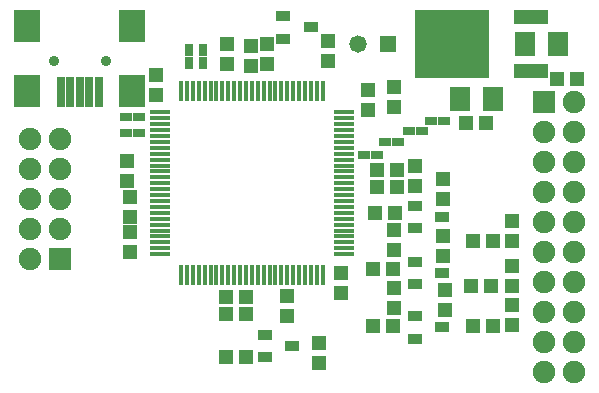
<source format=gbr>
G04 DipTrace 2.4.0.2*
%INTopMask.gbr*%
%MOIN*%
%ADD39C,0.0354*%
%ADD44R,0.25X0.2264*%
%ADD46R,0.1161X0.0472*%
%ADD48R,0.0709X0.0157*%
%ADD50R,0.0157X0.0709*%
%ADD52R,0.0492X0.0335*%
%ADD54R,0.0866X0.1063*%
%ADD56R,0.0276X0.0984*%
%ADD58C,0.0748*%
%ADD60R,0.0748X0.0748*%
%ADD62R,0.0315X0.0394*%
%ADD64R,0.0394X0.0315*%
%ADD66R,0.0579X0.0579*%
%ADD68C,0.0579*%
%ADD70R,0.0709X0.0787*%
%ADD72R,0.0512X0.0472*%
%ADD74R,0.0472X0.0512*%
%FSLAX44Y44*%
G04*
G70*
G90*
G75*
G01*
%LNTopMask*%
%LPD*%
D74*
X16312Y13437D3*
Y14106D3*
D72*
X16625Y10875D3*
X17294D3*
X16625Y11437D3*
X17294D3*
D74*
X15437Y8000D3*
Y7330D3*
D72*
X20250Y13000D3*
X19580D3*
X12250Y6625D3*
X11580D3*
X12250Y7187D3*
X11580D3*
D74*
X8375Y8687D3*
Y9356D3*
X8275Y11748D3*
Y11079D3*
X8375Y10523D3*
Y9854D3*
D70*
X21562Y15625D3*
X22664D3*
X19375Y13812D3*
X20477D3*
D72*
X23283Y14460D3*
X22614D3*
D74*
X9250Y13937D3*
Y14606D3*
D72*
X19812Y6250D3*
X20481D3*
X19750Y7562D3*
X20419D3*
X19812Y9062D3*
X20481D3*
D68*
X16000Y15625D3*
D66*
X17000D3*
D64*
X16187Y11937D3*
X16620D3*
D62*
X10361Y15000D3*
Y15433D3*
X10822Y14986D3*
Y15419D3*
D64*
X8671Y12671D3*
X8238D3*
X8687Y13187D3*
X8254D3*
X16875Y12375D3*
X17308D3*
X17703Y12720D3*
X18137D3*
X18437Y13062D3*
X18870D3*
D60*
X22187Y13687D3*
D58*
X23187D3*
X22187Y12687D3*
X23187D3*
X22187Y11687D3*
X23187D3*
X22187Y10687D3*
X23187D3*
X22187Y9687D3*
X23187D3*
X22187Y8687D3*
X23187D3*
X22187Y7687D3*
X23187D3*
X22187Y6687D3*
X23187D3*
X22187Y5687D3*
X23187D3*
X22187Y4687D3*
X23187D3*
D56*
X7345Y14029D3*
X7030D3*
X6715D3*
X6400D3*
X6085D3*
D54*
X8467Y14068D3*
X4963D3*
X8467Y16234D3*
X4963D3*
D39*
X7581Y15052D3*
X5849D3*
D60*
X6064Y8472D3*
D58*
X5064D3*
X6064Y9472D3*
X5064D3*
X6064Y10472D3*
X5064D3*
X6064Y11472D3*
X5064D3*
X6064Y12472D3*
X5064D3*
D52*
X12875Y5937D3*
Y5189D3*
X13780Y5563D3*
X17875Y6562D3*
Y5814D3*
X18780Y6188D3*
X17875Y8375D3*
Y7626D3*
X18780Y8000D3*
X17875Y10250D3*
Y9501D3*
X18780Y9875D3*
X13500Y16562D3*
Y15814D3*
X14405Y16188D3*
D74*
X17187Y14187D3*
Y13518D3*
X13625Y7250D3*
Y6580D3*
D72*
X16500Y6250D3*
X17169D3*
X16500Y8125D3*
X17169D3*
X16562Y10000D3*
X17231D3*
D74*
X12427Y15574D3*
Y14905D3*
X15000Y15062D3*
Y15731D3*
X18875Y7437D3*
Y6768D3*
X18812Y9250D3*
Y8580D3*
Y11125D3*
Y10455D3*
X14687Y5000D3*
Y5669D3*
D72*
X12250Y5187D3*
X11580D3*
D74*
X12964Y15625D3*
Y14955D3*
X17187Y7500D3*
Y6830D3*
X21125Y6937D3*
Y6268D3*
X11625Y15625D3*
Y14955D3*
X21125Y8250D3*
Y7580D3*
X17875Y11562D3*
Y10893D3*
X21125Y9750D3*
Y9080D3*
X17187Y9437D3*
Y8768D3*
D50*
X14812Y14062D3*
X14615D3*
X14418D3*
X14221D3*
X14025D3*
X13828D3*
X13631D3*
X13434D3*
X13237D3*
X13040D3*
X12844D3*
X12647D3*
X12450D3*
X12253D3*
X12056D3*
X11859D3*
X11662D3*
X11466D3*
X11269D3*
X11072D3*
X10875D3*
X10678D3*
X10481D3*
X10284D3*
X10088D3*
D48*
X9379Y13353D3*
Y13156D3*
Y12960D3*
Y12763D3*
Y12566D3*
Y12369D3*
Y12172D3*
Y11975D3*
Y11779D3*
Y11582D3*
Y11385D3*
Y11188D3*
Y10991D3*
Y10794D3*
Y10597D3*
Y10401D3*
Y10204D3*
Y10007D3*
Y9810D3*
Y9613D3*
Y9416D3*
Y9219D3*
Y9023D3*
Y8826D3*
Y8629D3*
D50*
X10088Y7920D3*
X10284D3*
X10481D3*
X10678D3*
X10875D3*
X11072D3*
X11269D3*
X11466D3*
X11662D3*
X11859D3*
X12056D3*
X12253D3*
X12450D3*
X12647D3*
X12844D3*
X13040D3*
X13237D3*
X13434D3*
X13631D3*
X13828D3*
X14025D3*
X14221D3*
X14418D3*
X14615D3*
X14812D3*
D48*
X15521Y8629D3*
Y8826D3*
Y9023D3*
Y9219D3*
Y9416D3*
Y9613D3*
Y9810D3*
Y10007D3*
Y10204D3*
Y10401D3*
Y10597D3*
Y10794D3*
Y10991D3*
Y11188D3*
Y11385D3*
Y11582D3*
Y11779D3*
Y11975D3*
Y12172D3*
Y12369D3*
Y12566D3*
Y12763D3*
Y12960D3*
Y13156D3*
Y13353D3*
D46*
X21750Y14750D3*
Y16545D3*
D44*
X19112Y15647D3*
M02*

</source>
